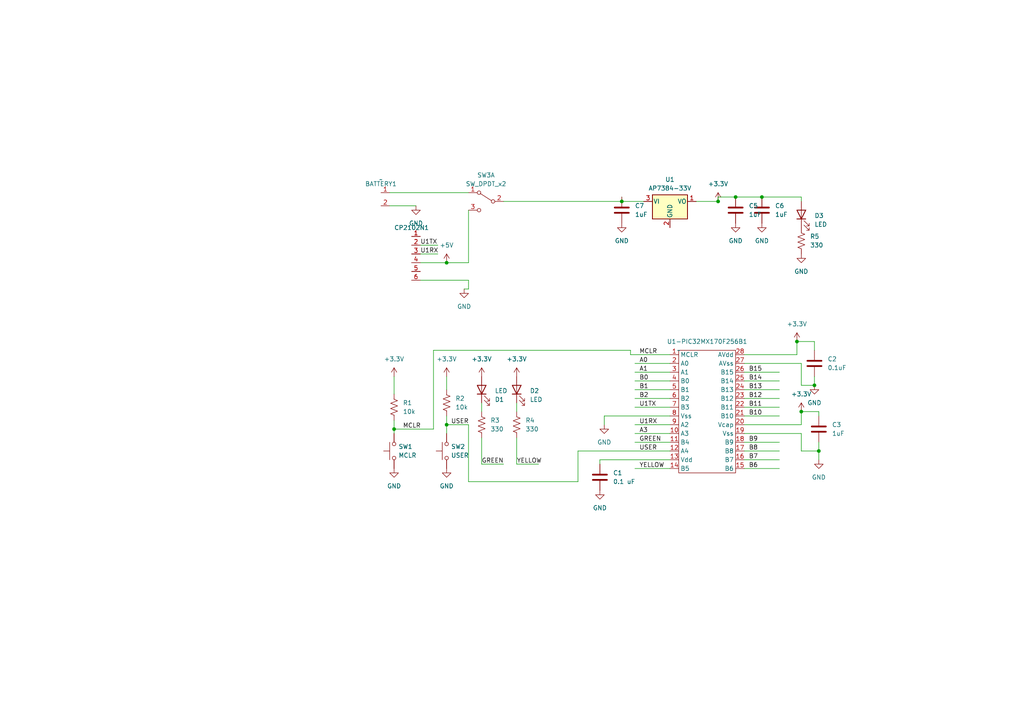
<source format=kicad_sch>
(kicad_sch (version 20230121) (generator eeschema)
  (paper "A4")
  (lib_symbols
    (symbol "Device:C" (pin_numbers hide) (pin_names (offset 0.254))
      (property "Reference" "C" (at 0.635 2.54 0))
      (property "Value" "C" (at 0.635 -2.54 0))
      (symbol "C_0_1"
        (polyline (pts (xy -2.032 -0.762) (xy 2.032 -0.762)) (stroke (width 0.508)))
        (polyline (pts (xy -2.032 0.762) (xy 2.032 0.762)) (stroke (width 0.508)))
      )
      (symbol "C_1_1"
        (pin passive line (at 0 3.81 270) (length 2.794) (name "~") (number "1"))
        (pin passive line (at 0 -3.81 90) (length 2.794) (name "~") (number "2"))
      )
    )
    (symbol "Device:LED" (pin_numbers hide) (pin_names (offset 1.016) hide)
      (property "Reference" "D" (at 0 2.54 0))
      (property "Value" "LED" (at 0 -2.54 0))
      (symbol "LED_0_1"
        (polyline (pts (xy -1.27 -1.27) (xy -1.27 1.27)) (stroke (width 0.254)))
        (polyline (pts (xy -1.27 0) (xy 1.27 0)))
        (polyline (pts (xy 1.27 -1.27) (xy 1.27 1.27) (xy -1.27 0) (xy 1.27 -1.27)) (stroke (width 0.254)))
        (polyline (pts (xy -3.048 -0.762) (xy -4.572 -2.286) (xy -3.81 -2.286) (xy -4.572 -2.286) (xy -4.572 -1.524)))
        (polyline (pts (xy -1.778 -0.762) (xy -3.302 -2.286) (xy -2.54 -2.286) (xy -3.302 -2.286) (xy -3.302 -1.524)))
      )
      (symbol "LED_1_1"
        (pin passive line (at -3.81 0 0) (length 2.54) (name "K") (number "1"))
        (pin passive line (at 3.81 0 180) (length 2.54) (name "A") (number "2"))
      )
    )
    (symbol "Device:R_US" (pin_numbers hide) (pin_names (offset 0))
      (property "Reference" "R" (at 2.54 0 90))
      (property "Value" "R_US" (at -2.54 0 90))
      (symbol "R_US_0_1"
        (polyline (pts (xy 0 -2.286) (xy 0 -2.54)))
        (polyline (pts (xy 0 2.286) (xy 0 2.54)))
        (polyline (pts (xy 0 -0.762) (xy 1.016 -1.143) (xy 0 -1.524) (xy -1.016 -1.905) (xy 0 -2.286)))
        (polyline (pts (xy 0 0.762) (xy 1.016 0.381) (xy 0 0) (xy -1.016 -0.381) (xy 0 -0.762)))
        (polyline (pts (xy 0 2.286) (xy 1.016 1.905) (xy 0 1.524) (xy -1.016 1.143) (xy 0 0.762)))
      )
      (symbol "R_US_1_1"
        (pin passive line (at 0 3.81 270) (length 1.27) (name "~") (number "1"))
        (pin passive line (at 0 -3.81 90) (length 1.27) (name "~") (number "2"))
      )
    )
    (symbol "Regulator_Linear:AP7384-33V" (pin_names (offset 0.254))
      (property "Reference" "U" (at -3.81 3.175 0))
      (property "Value" "AP7384-33V" (at 0 3.175 0))
      (symbol "AP7384-33V_0_1"
        (rectangle (start -5.08 1.905) (end 5.08 -5.08) (stroke (width 0.254)) (fill (type background)))
      )
      (symbol "AP7384-33V_1_1"
        (pin power_out line (at 7.62 0 180) (length 2.54) (name "VO") (number "1"))
        (pin power_in line (at 0 -7.62 90) (length 2.54) (name "GND") (number "2"))
        (pin power_in line (at -7.62 0 0) (length 2.54) (name "VI") (number "3"))
      )
    )
    (symbol "Switch:SW_DPDT_x2" (pin_names (offset 0) hide)
      (property "Reference" "SW" (at 0 4.318 0))
      (property "Value" "SW_DPDT_x2" (at 0 -5.08 0))
      (symbol "SW_DPDT_x2_0_0"
        (circle (center -2.032 0) (radius 0.508))
        (circle (center 2.032 -2.54) (radius 0.508))
      )
      (symbol "SW_DPDT_x2_0_1"
        (polyline (pts (xy -1.524 0.254) (xy 1.651 2.286)))
        (circle (center 2.032 2.54) (radius 0.508))
      )
      (symbol "SW_DPDT_x2_1_1"
        (pin passive line (at 5.08 2.54 180) (length 2.54) (name "A") (number "1"))
        (pin passive line (at -5.08 0 0) (length 2.54) (name "B") (number "2"))
        (pin passive line (at 5.08 -2.54 180) (length 2.54) (name "C") (number "3"))
      )
      (symbol "SW_DPDT_x2_2_1"
        (pin passive line (at 5.08 2.54 180) (length 2.54) (name "A") (number "4"))
        (pin passive line (at -5.08 0 0) (length 2.54) (name "B") (number "5"))
        (pin passive line (at 5.08 -2.54 180) (length 2.54) (name "C") (number "6"))
      )
    )
    (symbol "Switch:SW_Push" (pin_numbers hide) (pin_names (offset 1.016) hide)
      (property "Reference" "SW" (at 1.27 2.54 0))
      (property "Value" "SW_Push" (at 0 -1.524 0))
      (symbol "SW_Push_0_1"
        (circle (center -2.032 0) (radius 0.508))
        (polyline (pts (xy 0 1.27) (xy 0 3.048)))
        (polyline (pts (xy 2.54 1.27) (xy -2.54 1.27)))
        (circle (center 2.032 0) (radius 0.508))
        (pin passive line (at -5.08 0 0) (length 2.54) (name "1") (number "1"))
        (pin passive line (at 5.08 0 180) (length 2.54) (name "2") (number "2"))
      )
    )
    (symbol "pcb:CP2102N"
      (property "Reference" "CP2102N" (at 0 0 0))
      (symbol "CP2102N_1_1"
        (pin bidirectional line (at 1.27 -3.81 180) (length 2.54) (name "") (number "1"))
        (pin bidirectional line (at 1.27 -6.35 180) (length 2.54) (name "") (number "2"))
        (pin bidirectional line (at 1.27 -8.89 180) (length 2.54) (name "") (number "3"))
        (pin bidirectional line (at 1.27 -11.43 180) (length 2.54) (name "") (number "4"))
        (pin bidirectional line (at 1.27 -13.97 180) (length 2.54) (name "") (number "5"))
        (pin bidirectional line (at 1.27 -16.51 180) (length 2.54) (name "") (number "6"))
      )
    )
    (symbol "pcb:PIC322MX170F256B"
      (property "Reference" "U1-PIC32MX170F256B" (at 7.62 1.27 0))
      (symbol "PIC322MX170F256B_0_1"
        (rectangle (start 0 0) (end 16.51 -35.56))
      )
      (symbol "PIC322MX170F256B_1_1"
        (pin bidirectional line (at -2.54 -1.27 0) (length 2.54) (name "MCLR") (number "1"))
        (pin bidirectional line (at -2.54 -24.13 0) (length 2.54) (name "A3") (number "10"))
        (pin bidirectional line (at -2.54 -26.67 0) (length 2.54) (name "B4") (number "11"))
        (pin bidirectional line (at -2.54 -29.21 0) (length 2.54) (name "A4") (number "12"))
        (pin bidirectional line (at -2.54 -31.75 0) (length 2.54) (name "Vdd") (number "13"))
        (pin bidirectional line (at -2.54 -34.29 0) (length 2.54) (name "B5") (number "14"))
        (pin bidirectional line (at 19.05 -34.29 180) (length 2.54) (name "B6") (number "15"))
        (pin bidirectional line (at 19.05 -31.75 180) (length 2.54) (name "B7") (number "16"))
        (pin bidirectional line (at 19.05 -29.21 180) (length 2.54) (name "B8") (number "17"))
        (pin bidirectional line (at 19.05 -26.67 180) (length 2.54) (name "B9") (number "18"))
        (pin bidirectional line (at 19.05 -24.13 180) (length 2.54) (name "Vss") (number "19"))
        (pin bidirectional line (at -2.54 -3.81 0) (length 2.54) (name "A0") (number "2"))
        (pin bidirectional line (at 19.05 -21.59 180) (length 2.54) (name "Vcap") (number "20"))
        (pin bidirectional line (at 19.05 -19.05 180) (length 2.54) (name "B10") (number "21"))
        (pin bidirectional line (at 19.05 -16.51 180) (length 2.54) (name "B11") (number "22"))
        (pin bidirectional line (at 19.05 -13.97 180) (length 2.54) (name "B12") (number "23"))
        (pin bidirectional line (at 19.05 -11.43 180) (length 2.54) (name "B13") (number "24"))
        (pin bidirectional line (at 19.05 -8.89 180) (length 2.54) (name "B14") (number "25"))
        (pin bidirectional line (at 19.05 -6.35 180) (length 2.54) (name "B15") (number "26"))
        (pin bidirectional line (at 19.05 -3.81 180) (length 2.54) (name "AVss") (number "27"))
        (pin bidirectional line (at 19.05 -1.27 180) (length 2.54) (name "AVdd") (number "28"))
        (pin bidirectional line (at -2.54 -6.35 0) (length 2.54) (name "A1") (number "3"))
        (pin bidirectional line (at -2.54 -8.89 0) (length 2.54) (name "B0") (number "4"))
        (pin bidirectional line (at -2.54 -11.43 0) (length 2.54) (name "B1") (number "5"))
        (pin bidirectional line (at -2.54 -13.97 0) (length 2.54) (name "B2") (number "6"))
        (pin bidirectional line (at -2.54 -16.51 0) (length 2.54) (name "B3") (number "7"))
        (pin bidirectional line (at -2.54 -19.05 0) (length 2.54) (name "Vss") (number "8"))
        (pin bidirectional line (at -2.54 -21.59 0) (length 2.54) (name "A2") (number "9"))
      )
    )
    (symbol "pcb:battery"
      (property "Reference" "BATTERY" (at 0 0 0))
      (symbol "battery_1_1"
        (pin bidirectional line (at 2.54 -3.81 180) (length 2.54) (name "") (number "1"))
        (pin bidirectional line (at 2.54 -7.62 180) (length 2.54) (name "") (number "2"))
      )
    )
    (symbol "power:+3.3V" (power) (pin_names (offset 0))
      (property "Value" "+3.3V" (at 0 3.556 0))
      (symbol "+3.3V_0_1"
        (polyline (pts (xy -0.762 1.27) (xy 0 2.54)))
        (polyline (pts (xy 0 0) (xy 0 2.54)))
        (polyline (pts (xy 0 2.54) (xy 0.762 1.27)))
      )
      (symbol "+3.3V_1_1"
        (pin power_in line (at 0 0 90) (length 0) hide (name "+3.3V") (number "1"))
      )
    )
    (symbol "power:+5V" (power) (pin_names (offset 0))
      (property "Value" "+5V" (at 0 3.556 0))
      (symbol "+5V_0_1"
        (polyline (pts (xy -0.762 1.27) (xy 0 2.54)))
        (polyline (pts (xy 0 0) (xy 0 2.54)))
        (polyline (pts (xy 0 2.54) (xy 0.762 1.27)))
      )
      (symbol "+5V_1_1"
        (pin power_in line (at 0 0 90) (length 0) hide (name "+5V") (number "1"))
      )
    )
    (symbol "power:GND" (power) (pin_names (offset 0))
      (property "Value" "GND" (at 0 -3.81 0))
      (symbol "GND_0_1"
        (polyline (pts (xy 0 0) (xy 0 -1.27) (xy 1.27 -1.27) (xy 0 -2.54) (xy -1.27 -1.27) (xy 0 -1.27)))
      )
      (symbol "GND_1_1"
        (pin power_in line (at 0 0 270) (length 0) hide (name "GND") (number "1"))
      )
    )
  )
  (junction (at 114.3 124.46))
  (junction (at 220.98 57.15))
  (junction (at 237.49 130.81))
  (junction (at 232.41 119.38))
  (junction (at 129.54 123.19))
  (junction (at 213.36 57.15))
  (junction (at 208.28 58.42))
  (junction (at 129.54 76.2))
  (junction (at 236.22 111.76))
  (junction (at 180.34 58.42))
  (junction (at 231.14 99.06))
  (wire (pts (xy 135.89 76.2) (xy 135.89 60.96)))
  (wire (pts (xy 232.41 111.76) (xy 232.41 105.41)))
  (wire (pts (xy 232.41 123.19) (xy 232.41 119.38)))
  (wire (pts (xy 237.49 119.38) (xy 237.49 120.65)))
  (wire (pts (xy 146.05 58.42) (xy 180.34 58.42)))
  (wire (pts (xy 129.54 109.22) (xy 129.54 113.03)))
  (wire (pts (xy 232.41 119.38) (xy 237.49 119.38)))
  (wire (pts (xy 135.89 139.7) (xy 167.64 139.7)))
  (wire (pts (xy 129.54 123.19) (xy 129.54 125.73)))
  (wire (pts (xy 113.03 59.69) (xy 120.65 59.69)))
  (wire (pts (xy 220.98 57.15) (xy 232.41 57.15)))
  (wire (pts (xy 114.3 121.92) (xy 114.3 124.46)))
  (wire (pts (xy 139.7 134.62) (xy 146.05 134.62)))
  (wire (pts (xy 201.93 58.42) (xy 208.28 58.42)))
  (wire (pts (xy 184.15 135.89) (xy 194.31 135.89)))
  (wire (pts (xy 237.49 130.81) (xy 237.49 133.35)))
  (wire (pts (xy 213.36 57.15) (xy 208.28 57.15)))
  (wire (pts (xy 215.9 128.27) (xy 226.06 128.27)))
  (wire (pts (xy 113.03 55.88) (xy 135.89 55.88)))
  (wire (pts (xy 182.88 102.87) (xy 194.31 102.87)))
  (wire (pts (xy 186.69 58.42) (xy 180.34 58.42)))
  (wire (pts (xy 135.89 83.82) (xy 134.62 83.82)))
  (wire (pts (xy 167.64 139.7) (xy 167.64 130.81)))
  (wire (pts (xy 232.41 130.81) (xy 232.41 125.73)))
  (wire (pts (xy 125.73 101.6) (xy 182.88 101.6)))
  (wire (pts (xy 184.15 123.19) (xy 194.31 123.19)))
  (wire (pts (xy 213.36 57.15) (xy 220.98 57.15)))
  (wire (pts (xy 215.9 130.81) (xy 226.06 130.81)))
  (wire (pts (xy 129.54 123.19) (xy 135.89 123.19)))
  (wire (pts (xy 184.15 107.95) (xy 194.31 107.95)))
  (wire (pts (xy 121.92 73.66) (xy 127 73.66)))
  (wire (pts (xy 114.3 124.46) (xy 125.73 124.46)))
  (wire (pts (xy 194.31 110.49) (xy 184.15 110.49)))
  (wire (pts (xy 184.15 118.11) (xy 194.31 118.11)))
  (wire (pts (xy 180.34 58.42) (xy 180.34 57.15)))
  (wire (pts (xy 215.9 120.65) (xy 226.06 120.65)))
  (wire (pts (xy 182.88 101.6) (xy 182.88 102.87)))
  (wire (pts (xy 149.86 127) (xy 149.86 134.62)))
  (wire (pts (xy 226.06 110.49) (xy 215.9 110.49)))
  (wire (pts (xy 114.3 109.22) (xy 114.3 114.3)))
  (wire (pts (xy 184.15 115.57) (xy 194.31 115.57)))
  (wire (pts (xy 149.86 134.62) (xy 156.21 134.62)))
  (wire (pts (xy 135.89 123.19) (xy 135.89 139.7)))
  (wire (pts (xy 208.28 57.15) (xy 208.28 58.42)))
  (wire (pts (xy 215.9 135.89) (xy 226.06 135.89)))
  (wire (pts (xy 121.92 71.12) (xy 127 71.12)))
  (wire (pts (xy 215.9 118.11) (xy 226.06 118.11)))
  (wire (pts (xy 194.31 113.03) (xy 184.15 113.03)))
  (wire (pts (xy 236.22 111.76) (xy 232.41 111.76)))
  (wire (pts (xy 125.73 124.46) (xy 125.73 101.6)))
  (wire (pts (xy 184.15 128.27) (xy 194.31 128.27)))
  (wire (pts (xy 231.14 99.06) (xy 236.22 99.06)))
  (wire (pts (xy 226.06 113.03) (xy 215.9 113.03)))
  (wire (pts (xy 215.9 123.19) (xy 232.41 123.19)))
  (wire (pts (xy 231.14 102.87) (xy 231.14 99.06)))
  (wire (pts (xy 236.22 99.06) (xy 236.22 101.6)))
  (wire (pts (xy 139.7 116.84) (xy 139.7 119.38)))
  (wire (pts (xy 121.92 76.2) (xy 129.54 76.2)))
  (wire (pts (xy 232.41 57.15) (xy 232.41 58.42)))
  (wire (pts (xy 215.9 107.95) (xy 226.06 107.95)))
  (wire (pts (xy 139.7 127) (xy 139.7 134.62)))
  (wire (pts (xy 237.49 130.81) (xy 232.41 130.81)))
  (wire (pts (xy 215.9 115.57) (xy 226.06 115.57)))
  (wire (pts (xy 175.26 123.19) (xy 175.26 120.65)))
  (wire (pts (xy 149.86 116.84) (xy 149.86 119.38)))
  (wire (pts (xy 167.64 130.81) (xy 194.31 130.81)))
  (wire (pts (xy 173.99 133.35) (xy 194.31 133.35)))
  (wire (pts (xy 129.54 120.65) (xy 129.54 123.19)))
  (wire (pts (xy 129.54 76.2) (xy 135.89 76.2)))
  (wire (pts (xy 135.89 81.28) (xy 135.89 83.82)))
  (wire (pts (xy 173.99 134.62) (xy 173.99 133.35)))
  (wire (pts (xy 237.49 128.27) (xy 237.49 130.81)))
  (wire (pts (xy 215.9 133.35) (xy 226.06 133.35)))
  (wire (pts (xy 236.22 109.22) (xy 236.22 111.76)))
  (wire (pts (xy 215.9 125.73) (xy 232.41 125.73)))
  (wire (pts (xy 194.31 125.73) (xy 184.15 125.73)))
  (wire (pts (xy 215.9 105.41) (xy 232.41 105.41)))
  (wire (pts (xy 175.26 120.65) (xy 194.31 120.65)))
  (wire (pts (xy 184.15 105.41) (xy 194.31 105.41)))
  (wire (pts (xy 215.9 102.87) (xy 231.14 102.87)))
  (wire (pts (xy 114.3 124.46) (xy 114.3 125.73)))
  (wire (pts (xy 121.92 81.28) (xy 135.89 81.28)))
  (label "B12" (at 217.17 115.57 0))
  (label "U1RX" (at 185.42 123.19 0))
  (label "U1TX" (at 121.92 71.12 0))
  (label "MCLR" (at 116.84 124.46 0))
  (label "USER" (at 130.81 123.19 0))
  (label "B14" (at 217.17 110.49 0))
  (label "A3" (at 185.42 125.73 0))
  (label "A1" (at 185.42 107.95 0))
  (label "B15" (at 217.17 107.95 0))
  (label "B1" (at 185.42 113.03 0))
  (label "YELLOW" (at 185.42 135.89 0))
  (label "MCLR" (at 185.42 102.87 0))
  (label "B7" (at 217.17 133.35 0))
  (label "B6" (at 217.17 135.89 0))
  (label "GREEN" (at 139.7 134.62 0))
  (label "USER" (at 185.42 130.81 0))
  (label "B2" (at 185.42 115.57 0))
  (label "A0" (at 185.42 105.41 0))
  (label "B13" (at 217.17 113.03 0))
  (label "B9" (at 217.17 128.27 0))
  (label "GREEN" (at 185.42 128.27 0))
  (label "U1TX" (at 185.42 118.11 0))
  (label "B8" (at 217.17 130.81 0))
  (label "B10" (at 217.17 120.65 0))
  (label "B11" (at 217.17 118.11 0))
  (label "U1RX" (at 121.92 73.66 0))
  (label "YELLOW" (at 149.86 134.62 0))
  (label "B0" (at 185.42 110.49 0))
  (symbol (lib_id "Switch:SW_Push") (at 114.3 130.81 90) (unit 1)
    (property "Reference" "SW1" (at 115.57 129.54 90) (effects (justify right)))
    (property "Value" "MCLR" (at 115.57 132.08 90) (effects (justify right)))
    (property "Footprint" "Button_Switch_SMD:SW_DIP_SPSTx01_Slide_6.7x4.1mm_W6.73mm_P2.54mm_LowProfile_JPin" (effects hide))
  )
  (symbol (lib_id "power:+3.3V") (at 232.41 119.38 0) (unit 1)
    (property "Reference" "#PWR012" (effects hide))
    (property "Value" "+3.3V" (at 232.41 114.3 0))
  )
  (symbol (lib_id "power:GND") (at 236.22 111.76 0) (unit 1)
    (property "Reference" "#PWR09" (effects hide))
    (property "Value" "GND" (at 236.22 116.84 0))
  )
  (symbol (lib_id "power:GND") (at 232.41 73.66 0) (unit 1)
    (property "Reference" "#PWR017" (effects hide))
    (property "Value" "GND" (at 232.41 78.74 0))
  )
  (symbol (lib_id "power:GND") (at 129.54 135.89 0) (unit 1)
    (property "Reference" "#PWR04" (effects hide))
    (property "Value" "GND" (at 129.54 140.97 0))
  )
  (symbol (lib_id "Device:LED") (at 139.7 113.03 90) (unit 1)
    (property "Reference" "D1" (at 143.51 115.8875 90) (effects (justify right)))
    (property "Value" "LED" (at 143.51 113.3475 90) (effects (justify right)))
    (property "Footprint" "LED_THT:LED_D3.0mm" (effects hide))
  )
  (symbol (lib_id "Device:R_US") (at 139.7 123.19 0) (unit 1)
    (property "Reference" "R3" (at 142.24 121.92 0) (effects (justify left)))
    (property "Value" "330" (at 142.24 124.46 0) (effects (justify left)))
    (property "Footprint" "Resistor_SMD:R_0201_0603Metric" (effects hide))
  )
  (symbol (lib_id "pcb:battery") (at 110.49 52.07 0) (unit 1)
    (property "Reference" "BATTERY1" (at 110.49 53.34 0))
    (property "Value" "~" (at 110.49 52.07 0))
    (property "Footprint" "Battery:Battery_CR1225" (effects hide))
  )
  (symbol (lib_id "Switch:SW_DPDT_x2") (at 140.97 58.42 0) (mirror y) (unit 1)
    (property "Reference" "SW3" (at 140.97 50.8 0))
    (property "Value" "SW_DPDT_x2" (at 140.97 53.34 0))
    (property "Footprint" "Button_Switch_SMD:SW_DPDT_CK_JS202011JCQN" (effects hide))
  )
  (symbol (lib_id "power:GND") (at 213.36 64.77 0) (unit 1)
    (property "Reference" "#PWR014" (effects hide))
    (property "Value" "GND" (at 213.36 69.85 0))
  )
  (symbol (lib_id "power:GND") (at 114.3 135.89 0) (unit 1)
    (property "Reference" "#PWR03" (effects hide))
    (property "Value" "GND" (at 114.3 140.97 0))
  )
  (symbol (lib_id "Device:LED") (at 149.86 113.03 90) (unit 1)
    (property "Reference" "D2" (at 153.67 113.3475 90) (effects (justify right)))
    (property "Value" "LED" (at 153.67 115.8875 90) (effects (justify right)))
    (property "Footprint" "LED_THT:LED_D3.0mm" (effects hide))
  )
  (symbol (lib_id "power:+3.3V") (at 129.54 109.22 0) (unit 1)
    (property "Reference" "#PWR01" (effects hide))
    (property "Value" "+3.3V" (at 129.54 104.14 0))
  )
  (symbol (lib_id "Switch:SW_Push") (at 129.54 130.81 90) (unit 1)
    (property "Reference" "SW2" (at 130.81 129.54 90) (effects (justify right)))
    (property "Value" "USER" (at 130.81 132.08 90) (effects (justify right)))
    (property "Footprint" "Button_Switch_SMD:SW_DIP_SPSTx01_Slide_6.7x4.1mm_W6.73mm_P2.54mm_LowProfile_JPin" (effects hide))
  )
  (symbol (lib_id "Device:C") (at 237.49 124.46 0) (unit 1)
    (property "Reference" "C3" (at 241.3 123.19 0) (effects (justify left)))
    (property "Value" "1uF" (at 241.3 125.73 0) (effects (justify left)))
    (property "Footprint" "Capacitor_SMD:C_0201_0603Metric" (effects hide))
  )
  (symbol (lib_id "power:+3.3V") (at 231.14 99.06 0) (unit 1)
    (property "Reference" "#PWR011" (effects hide))
    (property "Value" "+3.3V" (at 231.14 93.98 0))
  )
  (symbol (lib_id "pcb:PIC322MX170F256B") (at 196.85 101.6 0) (unit 1)
    (property "Reference" "U1-PIC32MX170F256B1" (at 205.105 99.06 0))
    (property "Value" "~" (at 196.85 101.6 0))
    (property "Footprint" "pcbfoot:PIC322MX170F256B" (effects hide))
  )
  (symbol (lib_id "Device:C") (at 220.98 60.96 0) (unit 1)
    (property "Reference" "C6" (at 224.79 59.69 0) (effects (justify left)))
    (property "Value" "1uF" (at 224.79 62.23 0) (effects (justify left)))
    (property "Footprint" "Capacitor_SMD:C_0201_0603Metric" (effects hide))
  )
  (symbol (lib_id "Regulator_Linear:AP7384-33V") (at 194.31 58.42 0) (unit 1)
    (property "Reference" "U1" (at 194.31 52.07 0))
    (property "Value" "AP7384-33V" (at 194.31 54.61 0))
    (property "Footprint" "Package_TO_SOT_THT:TO-92L" (effects hide))
    (property "Datasheet" "https://www.diodes.com/assets/Datasheets/AP7384.pdf" (effects hide))
  )
  (symbol (lib_id "Device:C") (at 236.22 105.41 0) (unit 1)
    (property "Reference" "C2" (at 240.03 104.14 0) (effects (justify left)))
    (property "Value" "0.1uF" (at 240.03 106.68 0) (effects (justify left)))
    (property "Footprint" "Capacitor_SMD:C_0201_0603Metric" (effects hide))
  )
  (symbol (lib_id "Device:R_US") (at 114.3 118.11 0) (unit 1)
    (property "Reference" "R1" (at 116.84 116.84 0) (effects (justify left)))
    (property "Value" "10k" (at 116.84 119.38 0) (effects (justify left)))
    (property "Footprint" "Resistor_SMD:R_0201_0603Metric" (effects hide))
  )
  (symbol (lib_id "Device:R_US") (at 149.86 123.19 0) (unit 1)
    (property "Reference" "R4" (at 152.4 121.92 0) (effects (justify left)))
    (property "Value" "330" (at 152.4 124.46 0) (effects (justify left)))
    (property "Footprint" "Resistor_SMD:R_0201_0603Metric" (effects hide))
  )
  (symbol (lib_id "Device:C") (at 180.34 60.96 0) (unit 1)
    (property "Reference" "C7" (at 184.15 59.69 0) (effects (justify left)))
    (property "Value" "1uF" (at 184.15 62.23 0) (effects (justify left)))
    (property "Footprint" "Capacitor_SMD:C_0201_0603Metric" (effects hide))
  )
  (symbol (lib_id "power:GND") (at 175.26 123.19 0) (unit 1)
    (property "Reference" "#PWR07" (effects hide))
    (property "Value" "GND" (at 175.26 128.27 0))
  )
  (symbol (lib_id "power:GND") (at 120.65 59.69 0) (unit 1)
    (property "Reference" "#PWR020" (effects hide))
    (property "Value" "GND" (at 120.65 64.77 0))
  )
  (symbol (lib_id "Device:R_US") (at 232.41 69.85 0) (unit 1)
    (property "Reference" "R5" (at 234.95 68.58 0) (effects (justify left)))
    (property "Value" "330" (at 234.95 71.12 0) (effects (justify left)))
    (property "Footprint" "Resistor_SMD:R_0201_0603Metric" (effects hide))
  )
  (symbol (lib_id "pcb:CP2102N") (at 120.65 64.77 0) (unit 1)
    (property "Reference" "CP2102N1" (at 119.38 66.04 0))
    (property "Value" "~" (at 120.65 64.77 0))
    (property "Footprint" "pcbfoot:c2102n" (effects hide))
  )
  (symbol (lib_id "Device:C") (at 213.36 60.96 0) (unit 1)
    (property "Reference" "C5" (at 217.17 59.69 0) (effects (justify left)))
    (property "Value" "1uF" (at 217.17 62.23 0) (effects (justify left)))
    (property "Footprint" "Capacitor_SMD:C_0201_0603Metric" (effects hide))
  )
  (symbol (lib_id "power:+3.3V") (at 208.28 58.42 0) (unit 1)
    (property "Reference" "#PWR013" (effects hide))
    (property "Value" "+3.3V" (at 208.28 53.34 0))
  )
  (symbol (lib_id "Device:R_US") (at 129.54 116.84 0) (unit 1)
    (property "Reference" "R2" (at 132.08 115.57 0) (effects (justify left)))
    (property "Value" "10k" (at 132.08 118.11 0) (effects (justify left)))
    (property "Footprint" "Resistor_SMD:R_0201_0603Metric" (effects hide))
  )
  (symbol (lib_id "power:+3.3V") (at 139.7 109.22 0) (unit 1)
    (property "Reference" "#PWR05" (effects hide))
    (property "Value" "+3.3V" (at 139.7 104.14 0))
  )
  (symbol (lib_id "power:+3.3V") (at 149.86 109.22 0) (unit 1)
    (property "Reference" "#PWR06" (effects hide))
    (property "Value" "+3.3V" (at 149.86 104.14 0))
  )
  (symbol (lib_id "Device:LED") (at 232.41 62.23 90) (unit 1)
    (property "Reference" "D3" (at 236.22 62.5475 90) (effects (justify right)))
    (property "Value" "LED" (at 236.22 65.0875 90) (effects (justify right)))
    (property "Footprint" "LED_THT:LED_D3.0mm" (effects hide))
  )
  (symbol (lib_id "power:GND") (at 180.34 64.77 0) (unit 1)
    (property "Reference" "#PWR016" (effects hide))
    (property "Value" "GND" (at 180.34 69.85 0))
  )
  (symbol (lib_id "power:GND") (at 220.98 64.77 0) (unit 1)
    (property "Reference" "#PWR015" (effects hide))
    (property "Value" "GND" (at 220.98 69.85 0))
  )
  (symbol (lib_id "power:+5V") (at 129.54 76.2 0) (unit 1)
    (property "Reference" "#PWR019" (effects hide))
    (property "Value" "+5V" (at 129.54 71.12 0))
  )
  (symbol (lib_id "power:GND") (at 237.49 133.35 0) (unit 1)
    (property "Reference" "#PWR010" (effects hide))
    (property "Value" "GND" (at 237.49 138.43 0))
  )
  (symbol (lib_id "power:GND") (at 173.99 142.24 0) (unit 1)
    (property "Reference" "#PWR08" (effects hide))
    (property "Value" "GND" (at 173.99 147.32 0))
  )
  (symbol (lib_id "power:GND") (at 134.62 83.82 0) (unit 1)
    (property "Reference" "#PWR018" (effects hide))
    (property "Value" "GND" (at 134.62 88.9 0))
  )
  (symbol (lib_id "Device:C") (at 173.99 138.43 0) (unit 1)
    (property "Reference" "C1" (at 177.8 137.16 0) (effects (justify left)))
    (property "Value" "0.1 uF" (at 177.8 139.7 0) (effects (justify left)))
    (property "Footprint" "Capacitor_SMD:C_0201_0603Metric" (effects hide))
  )
  (symbol (lib_id "power:+3.3V") (at 114.3 109.22 0) (unit 1)
    (property "Reference" "#PWR02" (effects hide))
    (property "Value" "+3.3V" (at 114.3 104.14 0))
  )
)
</source>
